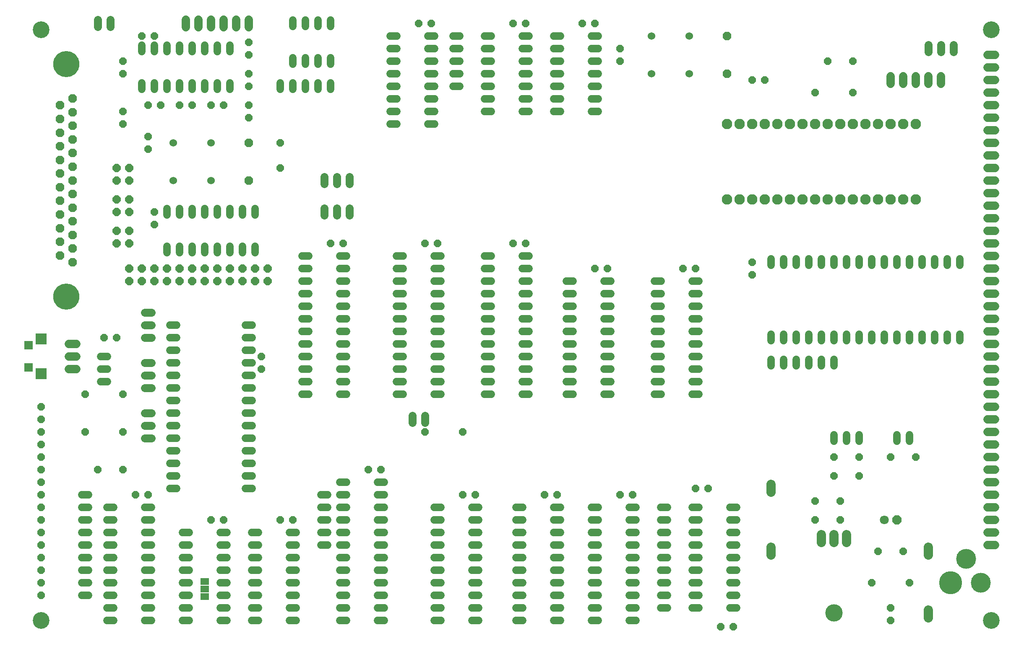
<source format=gbs>
G04 EAGLE Gerber RS-274X export*
G75*
%MOMM*%
%FSLAX34Y34*%
%LPD*%
%INSoldermask Bottom*%
%IPPOS*%
%AMOC8*
5,1,8,0,0,1.08239X$1,22.5*%
G01*
%ADD10C,3.378200*%
%ADD11C,1.879600*%
%ADD12C,3.505200*%
%ADD13P,1.951982X8X22.500000*%
%ADD14C,1.803400*%
%ADD15P,1.649562X8X22.500000*%
%ADD16C,1.524000*%
%ADD17C,1.727200*%
%ADD18C,2.108200*%
%ADD19P,1.649562X8X112.500000*%
%ADD20C,1.524000*%
%ADD21R,1.727200X1.727200*%
%ADD22R,2.298700X2.298700*%
%ADD23P,1.649562X8X292.500000*%
%ADD24P,1.649562X8X202.500000*%
%ADD25P,1.759533X8X292.500000*%
%ADD26C,1.625600*%
%ADD27C,4.648200*%
%ADD28C,4.013200*%
%ADD29P,1.869504X8X112.500000*%
%ADD30C,5.283200*%
%ADD31P,1.869504X8X22.500000*%
%ADD32P,1.759533X8X22.500000*%
%ADD33R,1.803400X1.371600*%


D10*
X38100Y38100D03*
X38100Y1231900D03*
X1955800Y1231900D03*
X1955800Y38100D03*
D11*
X1663700Y194818D02*
X1663700Y211582D01*
X1638300Y211582D02*
X1638300Y194818D01*
X1612900Y194818D02*
X1612900Y211582D01*
D12*
X1638300Y53340D03*
D13*
X1765300Y241300D03*
D14*
X1739900Y241300D03*
D15*
X1727200Y177800D03*
X1778000Y177800D03*
X1600200Y279400D03*
X1651000Y279400D03*
X1600200Y241300D03*
X1651000Y241300D03*
D16*
X1511300Y602996D02*
X1511300Y616204D01*
X1536700Y616204D02*
X1536700Y602996D01*
X1663700Y602996D02*
X1663700Y616204D01*
X1689100Y616204D02*
X1689100Y602996D01*
X1562100Y602996D02*
X1562100Y616204D01*
X1587500Y616204D02*
X1587500Y602996D01*
X1638300Y602996D02*
X1638300Y616204D01*
X1612900Y616204D02*
X1612900Y602996D01*
X1714500Y602996D02*
X1714500Y616204D01*
X1739900Y616204D02*
X1739900Y602996D01*
X1765300Y602996D02*
X1765300Y616204D01*
X1790700Y616204D02*
X1790700Y602996D01*
X1816100Y602996D02*
X1816100Y616204D01*
X1841500Y616204D02*
X1841500Y602996D01*
X1866900Y602996D02*
X1866900Y616204D01*
X1892300Y616204D02*
X1892300Y602996D01*
X1892300Y755396D02*
X1892300Y768604D01*
X1866900Y768604D02*
X1866900Y755396D01*
X1841500Y755396D02*
X1841500Y768604D01*
X1816100Y768604D02*
X1816100Y755396D01*
X1790700Y755396D02*
X1790700Y768604D01*
X1765300Y768604D02*
X1765300Y755396D01*
X1739900Y755396D02*
X1739900Y768604D01*
X1714500Y768604D02*
X1714500Y755396D01*
X1689100Y755396D02*
X1689100Y768604D01*
X1663700Y768604D02*
X1663700Y755396D01*
X1638300Y755396D02*
X1638300Y768604D01*
X1612900Y768604D02*
X1612900Y755396D01*
X1587500Y755396D02*
X1587500Y768604D01*
X1562100Y768604D02*
X1562100Y755396D01*
X1536700Y755396D02*
X1536700Y768604D01*
X1511300Y768604D02*
X1511300Y755396D01*
D17*
X1752600Y1122680D02*
X1752600Y1137920D01*
X1778000Y1137920D02*
X1778000Y1122680D01*
X1803400Y1122680D02*
X1803400Y1137920D01*
X1828800Y1137920D02*
X1828800Y1122680D01*
X1854200Y1122680D02*
X1854200Y1137920D01*
D18*
X1422400Y889000D03*
X1447800Y889000D03*
X1473200Y889000D03*
X1498600Y889000D03*
X1524000Y889000D03*
X1549400Y889000D03*
X1574800Y889000D03*
X1600200Y889000D03*
X1625600Y889000D03*
X1651000Y889000D03*
X1676400Y889000D03*
X1701800Y889000D03*
X1727200Y889000D03*
X1752600Y889000D03*
X1778000Y889000D03*
X1803400Y889000D03*
X1803400Y1041400D03*
X1778000Y1041400D03*
X1752600Y1041400D03*
X1727200Y1041400D03*
X1676400Y1041400D03*
X1651000Y1041400D03*
X1625600Y1041400D03*
X1600200Y1041400D03*
X1574800Y1041400D03*
X1549400Y1041400D03*
X1524000Y1041400D03*
X1498600Y1041400D03*
X1473200Y1041400D03*
X1447800Y1041400D03*
X1422400Y1041400D03*
X1701800Y1041400D03*
D15*
X1625600Y1168400D03*
X1676400Y1168400D03*
X152400Y342900D03*
X203200Y342900D03*
D19*
X520700Y952500D03*
X520700Y1003300D03*
D16*
X933196Y774700D02*
X946404Y774700D01*
X946404Y749300D02*
X933196Y749300D01*
X933196Y723900D02*
X946404Y723900D01*
X946404Y698500D02*
X933196Y698500D01*
X933196Y673100D02*
X946404Y673100D01*
X946404Y647700D02*
X933196Y647700D01*
X933196Y622300D02*
X946404Y622300D01*
X946404Y596900D02*
X933196Y596900D01*
X933196Y571500D02*
X946404Y571500D01*
X946404Y546100D02*
X933196Y546100D01*
X933196Y520700D02*
X946404Y520700D01*
X946404Y495300D02*
X933196Y495300D01*
X1009396Y495300D02*
X1022604Y495300D01*
X1022604Y520700D02*
X1009396Y520700D01*
X1009396Y546100D02*
X1022604Y546100D01*
X1022604Y571500D02*
X1009396Y571500D01*
X1009396Y596900D02*
X1022604Y596900D01*
X1022604Y622300D02*
X1009396Y622300D01*
X1009396Y647700D02*
X1022604Y647700D01*
X1022604Y673100D02*
X1009396Y673100D01*
X1009396Y698500D02*
X1022604Y698500D01*
X1022604Y723900D02*
X1009396Y723900D01*
X1009396Y749300D02*
X1022604Y749300D01*
X1022604Y774700D02*
X1009396Y774700D01*
X1072896Y1219200D02*
X1086104Y1219200D01*
X1086104Y1193800D02*
X1072896Y1193800D01*
X1072896Y1066800D02*
X1086104Y1066800D01*
X1149096Y1066800D02*
X1162304Y1066800D01*
X1086104Y1168400D02*
X1072896Y1168400D01*
X1072896Y1143000D02*
X1086104Y1143000D01*
X1086104Y1092200D02*
X1072896Y1092200D01*
X1072896Y1117600D02*
X1086104Y1117600D01*
X1149096Y1092200D02*
X1162304Y1092200D01*
X1162304Y1117600D02*
X1149096Y1117600D01*
X1149096Y1143000D02*
X1162304Y1143000D01*
X1162304Y1168400D02*
X1149096Y1168400D01*
X1149096Y1193800D02*
X1162304Y1193800D01*
X1162304Y1219200D02*
X1149096Y1219200D01*
D20*
X1270000Y1143000D03*
X1346200Y1143000D03*
X1346200Y1219200D03*
X1270000Y1219200D03*
D16*
X768604Y774700D02*
X755396Y774700D01*
X755396Y749300D02*
X768604Y749300D01*
X768604Y723900D02*
X755396Y723900D01*
X755396Y698500D02*
X768604Y698500D01*
X768604Y673100D02*
X755396Y673100D01*
X755396Y647700D02*
X768604Y647700D01*
X768604Y622300D02*
X755396Y622300D01*
X755396Y596900D02*
X768604Y596900D01*
X768604Y571500D02*
X755396Y571500D01*
X755396Y546100D02*
X768604Y546100D01*
X768604Y520700D02*
X755396Y520700D01*
X755396Y495300D02*
X768604Y495300D01*
X831596Y495300D02*
X844804Y495300D01*
X844804Y520700D02*
X831596Y520700D01*
X831596Y546100D02*
X844804Y546100D01*
X844804Y571500D02*
X831596Y571500D01*
X831596Y596900D02*
X844804Y596900D01*
X844804Y622300D02*
X831596Y622300D01*
X831596Y647700D02*
X844804Y647700D01*
X844804Y673100D02*
X831596Y673100D01*
X831596Y698500D02*
X844804Y698500D01*
X844804Y723900D02*
X831596Y723900D01*
X831596Y749300D02*
X844804Y749300D01*
X844804Y774700D02*
X831596Y774700D01*
D21*
X12954Y593979D03*
X12954Y549021D03*
D22*
X37846Y606552D03*
X37846Y536448D03*
D17*
X93980Y546100D02*
X109220Y546100D01*
X109220Y571500D02*
X93980Y571500D01*
X93980Y596900D02*
X109220Y596900D01*
D16*
X158496Y571500D02*
X171704Y571500D01*
X171704Y520700D02*
X158496Y520700D01*
X158496Y546100D02*
X171704Y546100D01*
D23*
X127000Y495300D03*
X127000Y419100D03*
D16*
X1149096Y266700D02*
X1162304Y266700D01*
X1162304Y241300D02*
X1149096Y241300D01*
X1149096Y114300D02*
X1162304Y114300D01*
X1162304Y88900D02*
X1149096Y88900D01*
X1149096Y215900D02*
X1162304Y215900D01*
X1162304Y190500D02*
X1149096Y190500D01*
X1149096Y139700D02*
X1162304Y139700D01*
X1162304Y165100D02*
X1149096Y165100D01*
X1149096Y63500D02*
X1162304Y63500D01*
X1162304Y38100D02*
X1149096Y38100D01*
X1225296Y38100D02*
X1238504Y38100D01*
X1238504Y63500D02*
X1225296Y63500D01*
X1225296Y88900D02*
X1238504Y88900D01*
X1238504Y114300D02*
X1225296Y114300D01*
X1225296Y139700D02*
X1238504Y139700D01*
X1238504Y165100D02*
X1225296Y165100D01*
X1225296Y190500D02*
X1238504Y190500D01*
X1238504Y215900D02*
X1225296Y215900D01*
X1225296Y241300D02*
X1238504Y241300D01*
X1238504Y266700D02*
X1225296Y266700D01*
X1288796Y266700D02*
X1302004Y266700D01*
X1302004Y241300D02*
X1288796Y241300D01*
X1288796Y215900D02*
X1302004Y215900D01*
X1302004Y190500D02*
X1288796Y190500D01*
X1288796Y165100D02*
X1302004Y165100D01*
X1302004Y139700D02*
X1288796Y139700D01*
X1288796Y114300D02*
X1302004Y114300D01*
X1302004Y88900D02*
X1288796Y88900D01*
X1288796Y63500D02*
X1302004Y63500D01*
X1111504Y723900D02*
X1098296Y723900D01*
X1098296Y698500D02*
X1111504Y698500D01*
X1111504Y571500D02*
X1098296Y571500D01*
X1098296Y546100D02*
X1111504Y546100D01*
X1111504Y673100D02*
X1098296Y673100D01*
X1098296Y647700D02*
X1111504Y647700D01*
X1111504Y596900D02*
X1098296Y596900D01*
X1098296Y622300D02*
X1111504Y622300D01*
X1111504Y520700D02*
X1098296Y520700D01*
X1098296Y495300D02*
X1111504Y495300D01*
X1174496Y495300D02*
X1187704Y495300D01*
X1187704Y520700D02*
X1174496Y520700D01*
X1174496Y546100D02*
X1187704Y546100D01*
X1187704Y571500D02*
X1174496Y571500D01*
X1174496Y596900D02*
X1187704Y596900D01*
X1187704Y622300D02*
X1174496Y622300D01*
X1174496Y647700D02*
X1187704Y647700D01*
X1187704Y673100D02*
X1174496Y673100D01*
X1174496Y698500D02*
X1187704Y698500D01*
X1187704Y723900D02*
X1174496Y723900D01*
X1276096Y723900D02*
X1289304Y723900D01*
X1289304Y698500D02*
X1276096Y698500D01*
X1276096Y571500D02*
X1289304Y571500D01*
X1289304Y546100D02*
X1276096Y546100D01*
X1276096Y673100D02*
X1289304Y673100D01*
X1289304Y647700D02*
X1276096Y647700D01*
X1276096Y596900D02*
X1289304Y596900D01*
X1289304Y622300D02*
X1276096Y622300D01*
X1276096Y520700D02*
X1289304Y520700D01*
X1289304Y495300D02*
X1276096Y495300D01*
X1352296Y495300D02*
X1365504Y495300D01*
X1365504Y520700D02*
X1352296Y520700D01*
X1352296Y546100D02*
X1365504Y546100D01*
X1365504Y571500D02*
X1352296Y571500D01*
X1352296Y596900D02*
X1365504Y596900D01*
X1365504Y622300D02*
X1352296Y622300D01*
X1352296Y647700D02*
X1365504Y647700D01*
X1365504Y673100D02*
X1352296Y673100D01*
X1352296Y698500D02*
X1365504Y698500D01*
X1365504Y723900D02*
X1352296Y723900D01*
X1352296Y266700D02*
X1365504Y266700D01*
X1365504Y241300D02*
X1352296Y241300D01*
X1352296Y215900D02*
X1365504Y215900D01*
X1365504Y190500D02*
X1352296Y190500D01*
X1352296Y165100D02*
X1365504Y165100D01*
X1365504Y139700D02*
X1352296Y139700D01*
X1352296Y114300D02*
X1365504Y114300D01*
X1365504Y88900D02*
X1352296Y88900D01*
X1352296Y63500D02*
X1365504Y63500D01*
X1428496Y63500D02*
X1441704Y63500D01*
X1441704Y88900D02*
X1428496Y88900D01*
X1428496Y114300D02*
X1441704Y114300D01*
X1441704Y139700D02*
X1428496Y139700D01*
X1428496Y165100D02*
X1441704Y165100D01*
X1441704Y190500D02*
X1428496Y190500D01*
X1428496Y215900D02*
X1441704Y215900D01*
X1441704Y241300D02*
X1428496Y241300D01*
X1428496Y266700D02*
X1441704Y266700D01*
X654304Y317500D02*
X641096Y317500D01*
X641096Y292100D02*
X654304Y292100D01*
X654304Y266700D02*
X641096Y266700D01*
X641096Y241300D02*
X654304Y241300D01*
X654304Y215900D02*
X641096Y215900D01*
X641096Y190500D02*
X654304Y190500D01*
X654304Y165100D02*
X641096Y165100D01*
X641096Y139700D02*
X654304Y139700D01*
X654304Y114300D02*
X641096Y114300D01*
X641096Y88900D02*
X654304Y88900D01*
X654304Y63500D02*
X641096Y63500D01*
X641096Y38100D02*
X654304Y38100D01*
X717296Y38100D02*
X730504Y38100D01*
X730504Y63500D02*
X717296Y63500D01*
X717296Y88900D02*
X730504Y88900D01*
X730504Y114300D02*
X717296Y114300D01*
X717296Y139700D02*
X730504Y139700D01*
X730504Y165100D02*
X717296Y165100D01*
X717296Y190500D02*
X730504Y190500D01*
X730504Y215900D02*
X717296Y215900D01*
X717296Y241300D02*
X730504Y241300D01*
X730504Y266700D02*
X717296Y266700D01*
X717296Y292100D02*
X730504Y292100D01*
X730504Y317500D02*
X717296Y317500D01*
X742696Y1219200D02*
X755904Y1219200D01*
X755904Y1193800D02*
X742696Y1193800D01*
X742696Y1066800D02*
X755904Y1066800D01*
X755904Y1041400D02*
X742696Y1041400D01*
X742696Y1168400D02*
X755904Y1168400D01*
X755904Y1143000D02*
X742696Y1143000D01*
X742696Y1092200D02*
X755904Y1092200D01*
X755904Y1117600D02*
X742696Y1117600D01*
X818896Y1041400D02*
X832104Y1041400D01*
X832104Y1066800D02*
X818896Y1066800D01*
X818896Y1092200D02*
X832104Y1092200D01*
X832104Y1117600D02*
X818896Y1117600D01*
X818896Y1143000D02*
X832104Y1143000D01*
X832104Y1168400D02*
X818896Y1168400D01*
X818896Y1193800D02*
X832104Y1193800D01*
X832104Y1219200D02*
X818896Y1219200D01*
X241300Y1124204D02*
X241300Y1110996D01*
X266700Y1110996D02*
X266700Y1124204D01*
X393700Y1124204D02*
X393700Y1110996D01*
X419100Y1110996D02*
X419100Y1124204D01*
X292100Y1124204D02*
X292100Y1110996D01*
X317500Y1110996D02*
X317500Y1124204D01*
X368300Y1124204D02*
X368300Y1110996D01*
X342900Y1110996D02*
X342900Y1124204D01*
X419100Y1187196D02*
X419100Y1200404D01*
X393700Y1200404D02*
X393700Y1187196D01*
X368300Y1187196D02*
X368300Y1200404D01*
X342900Y1200404D02*
X342900Y1187196D01*
X317500Y1187196D02*
X317500Y1200404D01*
X292100Y1200404D02*
X292100Y1187196D01*
X266700Y1187196D02*
X266700Y1200404D01*
X241300Y1200404D02*
X241300Y1187196D01*
D15*
X254000Y1079500D03*
X279400Y1079500D03*
X317500Y1079500D03*
X342900Y1079500D03*
D19*
X203200Y1143000D03*
X203200Y1168400D03*
D24*
X406400Y1079500D03*
X381000Y1079500D03*
D15*
X241300Y1219200D03*
X266700Y1219200D03*
D25*
X190500Y825500D03*
X190500Y800100D03*
X215900Y825500D03*
X215900Y800100D03*
X190500Y889000D03*
X190500Y863600D03*
X215900Y889000D03*
X215900Y863600D03*
X190500Y952500D03*
X190500Y927100D03*
X215900Y952500D03*
X215900Y927100D03*
D19*
X38100Y88900D03*
X38100Y114300D03*
X38100Y139700D03*
X38100Y165100D03*
X38100Y190500D03*
X38100Y215900D03*
X38100Y241300D03*
X38100Y266700D03*
X38100Y292100D03*
X38100Y317500D03*
X38100Y342900D03*
X38100Y368300D03*
X38100Y393700D03*
X38100Y419100D03*
X38100Y444500D03*
X38100Y469900D03*
D16*
X120396Y88900D02*
X133604Y88900D01*
X133604Y114300D02*
X120396Y114300D01*
X120396Y139700D02*
X133604Y139700D01*
X133604Y165100D02*
X120396Y165100D01*
X120396Y190500D02*
X133604Y190500D01*
X133604Y215900D02*
X120396Y215900D01*
X120396Y241300D02*
X133604Y241300D01*
X133604Y266700D02*
X120396Y266700D01*
X120396Y292100D02*
X133604Y292100D01*
X933196Y1219200D02*
X946404Y1219200D01*
X946404Y1193800D02*
X933196Y1193800D01*
X933196Y1066800D02*
X946404Y1066800D01*
X1009396Y1066800D02*
X1022604Y1066800D01*
X946404Y1168400D02*
X933196Y1168400D01*
X933196Y1143000D02*
X946404Y1143000D01*
X946404Y1092200D02*
X933196Y1092200D01*
X933196Y1117600D02*
X946404Y1117600D01*
X1009396Y1092200D02*
X1022604Y1092200D01*
X1022604Y1117600D02*
X1009396Y1117600D01*
X1009396Y1143000D02*
X1022604Y1143000D01*
X1022604Y1168400D02*
X1009396Y1168400D01*
X1009396Y1193800D02*
X1022604Y1193800D01*
X1022604Y1219200D02*
X1009396Y1219200D01*
D15*
X1638300Y330200D03*
X1689100Y330200D03*
D16*
X882904Y1219200D02*
X869696Y1219200D01*
X869696Y1193800D02*
X882904Y1193800D01*
X882904Y1168400D02*
X869696Y1168400D01*
X869696Y1143000D02*
X882904Y1143000D01*
X882904Y1117600D02*
X869696Y1117600D01*
X184404Y266700D02*
X171196Y266700D01*
X171196Y241300D02*
X184404Y241300D01*
X184404Y114300D02*
X171196Y114300D01*
X171196Y88900D02*
X184404Y88900D01*
X184404Y215900D02*
X171196Y215900D01*
X171196Y190500D02*
X184404Y190500D01*
X184404Y139700D02*
X171196Y139700D01*
X171196Y165100D02*
X184404Y165100D01*
X184404Y63500D02*
X171196Y63500D01*
X171196Y38100D02*
X184404Y38100D01*
X247396Y38100D02*
X260604Y38100D01*
X260604Y63500D02*
X247396Y63500D01*
X247396Y88900D02*
X260604Y88900D01*
X260604Y114300D02*
X247396Y114300D01*
X247396Y139700D02*
X260604Y139700D01*
X260604Y165100D02*
X247396Y165100D01*
X247396Y190500D02*
X260604Y190500D01*
X260604Y215900D02*
X247396Y215900D01*
X247396Y241300D02*
X260604Y241300D01*
X260604Y266700D02*
X247396Y266700D01*
X546100Y1161796D02*
X546100Y1175004D01*
X571500Y1175004D02*
X571500Y1161796D01*
X571500Y1237996D02*
X571500Y1251204D01*
X546100Y1251204D02*
X546100Y1237996D01*
X596900Y1175004D02*
X596900Y1161796D01*
X622300Y1161796D02*
X622300Y1175004D01*
X596900Y1237996D02*
X596900Y1251204D01*
X622300Y1251204D02*
X622300Y1237996D01*
X520700Y1124204D02*
X520700Y1110996D01*
X546100Y1110996D02*
X546100Y1124204D01*
X571500Y1124204D02*
X571500Y1110996D01*
X596900Y1110996D02*
X596900Y1124204D01*
X622300Y1124204D02*
X622300Y1110996D01*
D24*
X647700Y800100D03*
X622300Y800100D03*
D23*
X1206500Y1193800D03*
X1206500Y1168400D03*
D24*
X1016000Y1244600D03*
X990600Y1244600D03*
X1016000Y800100D03*
X990600Y800100D03*
X1155700Y1244600D03*
X1130300Y1244600D03*
X1358900Y749300D03*
X1333500Y749300D03*
X1181100Y749300D03*
X1155700Y749300D03*
X1384300Y304800D03*
X1358900Y304800D03*
X1231900Y292100D03*
X1206500Y292100D03*
D23*
X254000Y1016000D03*
X254000Y990600D03*
D24*
X1435100Y25400D03*
X1409700Y25400D03*
X546100Y241300D03*
X520700Y241300D03*
D15*
X1473200Y1130300D03*
X1498600Y1130300D03*
D24*
X723900Y342900D03*
X698500Y342900D03*
X254000Y292100D03*
X228600Y292100D03*
X825500Y1244600D03*
X800100Y1244600D03*
X1079500Y292100D03*
X1054100Y292100D03*
X838200Y800100D03*
X812800Y800100D03*
D19*
X1752600Y38100D03*
X1752600Y63500D03*
D15*
X1714500Y114300D03*
X1790700Y114300D03*
D16*
X578104Y774700D02*
X564896Y774700D01*
X564896Y749300D02*
X578104Y749300D01*
X578104Y723900D02*
X564896Y723900D01*
X564896Y698500D02*
X578104Y698500D01*
X578104Y673100D02*
X564896Y673100D01*
X564896Y647700D02*
X578104Y647700D01*
X578104Y622300D02*
X564896Y622300D01*
X564896Y596900D02*
X578104Y596900D01*
X578104Y571500D02*
X564896Y571500D01*
X564896Y546100D02*
X578104Y546100D01*
X578104Y520700D02*
X564896Y520700D01*
X564896Y495300D02*
X578104Y495300D01*
X641096Y495300D02*
X654304Y495300D01*
X654304Y520700D02*
X641096Y520700D01*
X641096Y546100D02*
X654304Y546100D01*
X654304Y571500D02*
X641096Y571500D01*
X641096Y596900D02*
X654304Y596900D01*
X654304Y622300D02*
X641096Y622300D01*
X641096Y647700D02*
X654304Y647700D01*
X654304Y673100D02*
X641096Y673100D01*
X641096Y698500D02*
X654304Y698500D01*
X654304Y723900D02*
X641096Y723900D01*
X641096Y749300D02*
X654304Y749300D01*
X654304Y774700D02*
X641096Y774700D01*
D26*
X609600Y919988D02*
X609600Y934212D01*
X635000Y934212D02*
X635000Y919988D01*
X660400Y919988D02*
X660400Y934212D01*
X609600Y870712D02*
X609600Y856488D01*
X635000Y856488D02*
X635000Y870712D01*
X660400Y870712D02*
X660400Y856488D01*
D23*
X1473200Y762000D03*
X1473200Y736600D03*
D16*
X1790700Y413004D02*
X1790700Y399796D01*
X1765300Y399796D02*
X1765300Y413004D01*
X1689100Y413004D02*
X1689100Y399796D01*
X1663700Y399796D02*
X1663700Y413004D01*
X1638300Y413004D02*
X1638300Y399796D01*
D24*
X1803400Y368300D03*
X1752600Y368300D03*
D15*
X1638300Y368300D03*
X1689100Y368300D03*
D27*
X1874000Y114300D03*
D28*
X1935000Y114300D03*
X1905000Y162300D03*
D11*
X1828800Y59182D02*
X1828800Y42418D01*
X1828800Y169418D02*
X1828800Y186182D01*
X1511300Y186182D02*
X1511300Y169418D01*
X1511300Y296418D02*
X1511300Y313182D01*
D16*
X476504Y215900D02*
X463296Y215900D01*
X463296Y190500D02*
X476504Y190500D01*
X476504Y63500D02*
X463296Y63500D01*
X463296Y38100D02*
X476504Y38100D01*
X476504Y165100D02*
X463296Y165100D01*
X463296Y139700D02*
X476504Y139700D01*
X476504Y88900D02*
X463296Y88900D01*
X463296Y114300D02*
X476504Y114300D01*
X539496Y38100D02*
X552704Y38100D01*
X552704Y63500D02*
X539496Y63500D01*
X539496Y88900D02*
X552704Y88900D01*
X552704Y114300D02*
X539496Y114300D01*
X539496Y139700D02*
X552704Y139700D01*
X552704Y165100D02*
X539496Y165100D01*
X539496Y190500D02*
X552704Y190500D01*
X552704Y215900D02*
X539496Y215900D01*
X1511300Y552196D02*
X1511300Y565404D01*
X1536700Y565404D02*
X1536700Y552196D01*
X1562100Y552196D02*
X1562100Y565404D01*
X1587500Y565404D02*
X1587500Y552196D01*
X1612900Y552196D02*
X1612900Y565404D01*
X1638300Y565404D02*
X1638300Y552196D01*
D24*
X1676400Y1104900D03*
X1600200Y1104900D03*
D29*
X101600Y761492D03*
X101600Y789178D03*
X101600Y816610D03*
X101600Y844296D03*
X101600Y871982D03*
X101600Y899414D03*
X101600Y927100D03*
X101600Y954786D03*
X101600Y982218D03*
X101600Y1009904D03*
X101600Y1037590D03*
X101600Y1065022D03*
X101600Y1092708D03*
X76200Y775208D03*
X76200Y802894D03*
X76200Y830580D03*
X76200Y858012D03*
X76200Y885698D03*
X76200Y913384D03*
X76200Y940816D03*
X76200Y968502D03*
X76200Y996188D03*
X76200Y1023620D03*
X76200Y1051306D03*
X76200Y1078992D03*
D30*
X88900Y691896D03*
X88900Y1162304D03*
D26*
X246888Y609600D02*
X261112Y609600D01*
X261112Y635000D02*
X246888Y635000D01*
X246888Y660400D02*
X261112Y660400D01*
D17*
X1948180Y698500D02*
X1963420Y698500D01*
X1963420Y723900D02*
X1948180Y723900D01*
X1948180Y749300D02*
X1963420Y749300D01*
X1963420Y774700D02*
X1948180Y774700D01*
X1948180Y800100D02*
X1963420Y800100D01*
X1963420Y825500D02*
X1948180Y825500D01*
X1948180Y850900D02*
X1963420Y850900D01*
X1963420Y876300D02*
X1948180Y876300D01*
X1948180Y901700D02*
X1963420Y901700D01*
X1963420Y927100D02*
X1948180Y927100D01*
X1948180Y952500D02*
X1963420Y952500D01*
X1963420Y977900D02*
X1948180Y977900D01*
X1948180Y1003300D02*
X1963420Y1003300D01*
X1963420Y1028700D02*
X1948180Y1028700D01*
X1948180Y1054100D02*
X1963420Y1054100D01*
X1963420Y1079500D02*
X1948180Y1079500D01*
X1948180Y1104900D02*
X1963420Y1104900D01*
X1963420Y1155700D02*
X1948180Y1155700D01*
X1948180Y1181100D02*
X1963420Y1181100D01*
X1963420Y1130300D02*
X1948180Y1130300D01*
X1948180Y190500D02*
X1963420Y190500D01*
X1963420Y215900D02*
X1948180Y215900D01*
X1948180Y241300D02*
X1963420Y241300D01*
X1963420Y266700D02*
X1948180Y266700D01*
X1948180Y292100D02*
X1963420Y292100D01*
X1963420Y317500D02*
X1948180Y317500D01*
X1948180Y342900D02*
X1963420Y342900D01*
X1963420Y368300D02*
X1948180Y368300D01*
X1948180Y393700D02*
X1963420Y393700D01*
X1963420Y419100D02*
X1948180Y419100D01*
X1948180Y444500D02*
X1963420Y444500D01*
X1963420Y469900D02*
X1948180Y469900D01*
X1948180Y495300D02*
X1963420Y495300D01*
X1963420Y520700D02*
X1948180Y520700D01*
X1948180Y546100D02*
X1963420Y546100D01*
X1963420Y571500D02*
X1948180Y571500D01*
X1948180Y596900D02*
X1963420Y596900D01*
X1963420Y622300D02*
X1948180Y622300D01*
X1948180Y647700D02*
X1963420Y647700D01*
X1963420Y673100D02*
X1948180Y673100D01*
D16*
X1009904Y266700D02*
X996696Y266700D01*
X996696Y241300D02*
X1009904Y241300D01*
X1009904Y114300D02*
X996696Y114300D01*
X996696Y88900D02*
X1009904Y88900D01*
X1009904Y215900D02*
X996696Y215900D01*
X996696Y190500D02*
X1009904Y190500D01*
X1009904Y139700D02*
X996696Y139700D01*
X996696Y165100D02*
X1009904Y165100D01*
X1009904Y63500D02*
X996696Y63500D01*
X996696Y38100D02*
X1009904Y38100D01*
X1072896Y38100D02*
X1086104Y38100D01*
X1086104Y63500D02*
X1072896Y63500D01*
X1072896Y88900D02*
X1086104Y88900D01*
X1086104Y114300D02*
X1072896Y114300D01*
X1072896Y139700D02*
X1086104Y139700D01*
X1086104Y165100D02*
X1072896Y165100D01*
X1072896Y190500D02*
X1086104Y190500D01*
X1086104Y215900D02*
X1072896Y215900D01*
X1072896Y241300D02*
X1086104Y241300D01*
X1086104Y266700D02*
X1072896Y266700D01*
X844804Y266700D02*
X831596Y266700D01*
X831596Y241300D02*
X844804Y241300D01*
X844804Y114300D02*
X831596Y114300D01*
X831596Y88900D02*
X844804Y88900D01*
X844804Y215900D02*
X831596Y215900D01*
X831596Y190500D02*
X844804Y190500D01*
X844804Y139700D02*
X831596Y139700D01*
X831596Y165100D02*
X844804Y165100D01*
X844804Y63500D02*
X831596Y63500D01*
X831596Y38100D02*
X844804Y38100D01*
X907796Y38100D02*
X921004Y38100D01*
X921004Y63500D02*
X907796Y63500D01*
X907796Y88900D02*
X921004Y88900D01*
X921004Y114300D02*
X907796Y114300D01*
X907796Y139700D02*
X921004Y139700D01*
X921004Y165100D02*
X907796Y165100D01*
X907796Y190500D02*
X921004Y190500D01*
X921004Y215900D02*
X907796Y215900D01*
X907796Y241300D02*
X921004Y241300D01*
X921004Y266700D02*
X907796Y266700D01*
D20*
X304800Y927100D03*
X381000Y927100D03*
X381000Y1003300D03*
X304800Y1003300D03*
D15*
X165100Y609600D03*
X190500Y609600D03*
D31*
X457200Y1003300D03*
X457200Y927100D03*
D16*
X311404Y635000D02*
X298196Y635000D01*
X298196Y609600D02*
X311404Y609600D01*
X311404Y584200D02*
X298196Y584200D01*
X298196Y558800D02*
X311404Y558800D01*
X311404Y533400D02*
X298196Y533400D01*
X298196Y508000D02*
X311404Y508000D01*
X311404Y482600D02*
X298196Y482600D01*
X298196Y457200D02*
X311404Y457200D01*
X311404Y431800D02*
X298196Y431800D01*
X298196Y406400D02*
X311404Y406400D01*
X311404Y381000D02*
X298196Y381000D01*
X298196Y355600D02*
X311404Y355600D01*
X311404Y330200D02*
X298196Y330200D01*
X298196Y304800D02*
X311404Y304800D01*
X450596Y304800D02*
X463804Y304800D01*
X463804Y330200D02*
X450596Y330200D01*
X450596Y355600D02*
X463804Y355600D01*
X463804Y381000D02*
X450596Y381000D01*
X450596Y406400D02*
X463804Y406400D01*
X463804Y431800D02*
X450596Y431800D01*
X450596Y457200D02*
X463804Y457200D01*
X463804Y482600D02*
X450596Y482600D01*
X450596Y508000D02*
X463804Y508000D01*
X463804Y533400D02*
X450596Y533400D01*
X450596Y558800D02*
X463804Y558800D01*
X463804Y584200D02*
X450596Y584200D01*
X450596Y609600D02*
X463804Y609600D01*
X463804Y635000D02*
X450596Y635000D01*
X292100Y780796D02*
X292100Y794004D01*
X317500Y794004D02*
X317500Y780796D01*
X444500Y780796D02*
X444500Y794004D01*
X469900Y794004D02*
X469900Y780796D01*
X342900Y780796D02*
X342900Y794004D01*
X368300Y794004D02*
X368300Y780796D01*
X419100Y780796D02*
X419100Y794004D01*
X393700Y794004D02*
X393700Y780796D01*
X469900Y856996D02*
X469900Y870204D01*
X444500Y870204D02*
X444500Y856996D01*
X419100Y856996D02*
X419100Y870204D01*
X393700Y870204D02*
X393700Y856996D01*
X368300Y856996D02*
X368300Y870204D01*
X342900Y870204D02*
X342900Y856996D01*
X317500Y856996D02*
X317500Y870204D01*
X292100Y870204D02*
X292100Y856996D01*
D26*
X261112Y508000D02*
X246888Y508000D01*
X246888Y533400D02*
X261112Y533400D01*
X261112Y558800D02*
X246888Y558800D01*
D23*
X203200Y495300D03*
X203200Y419100D03*
D26*
X246888Y406400D02*
X261112Y406400D01*
X261112Y431800D02*
X246888Y431800D01*
X246888Y457200D02*
X261112Y457200D01*
X1828800Y1186688D02*
X1828800Y1200912D01*
X1854200Y1200912D02*
X1854200Y1186688D01*
X1879600Y1186688D02*
X1879600Y1200912D01*
D32*
X215900Y723900D03*
X215900Y749300D03*
X241300Y723900D03*
X241300Y749300D03*
X266700Y723900D03*
X266700Y749300D03*
X292100Y723900D03*
X292100Y749300D03*
X317500Y723900D03*
X317500Y749300D03*
X342900Y723900D03*
X342900Y749300D03*
X368300Y723900D03*
X368300Y749300D03*
X393700Y723900D03*
X393700Y749300D03*
X419100Y723900D03*
X419100Y749300D03*
X444500Y723900D03*
X444500Y749300D03*
X469900Y723900D03*
X469900Y749300D03*
X495300Y749300D03*
X495300Y723900D03*
D23*
X482600Y571500D03*
X482600Y546100D03*
X266700Y863600D03*
X266700Y838200D03*
D16*
X323596Y215900D02*
X336804Y215900D01*
X336804Y190500D02*
X323596Y190500D01*
X323596Y63500D02*
X336804Y63500D01*
X336804Y38100D02*
X323596Y38100D01*
X323596Y165100D02*
X336804Y165100D01*
X336804Y139700D02*
X323596Y139700D01*
X323596Y88900D02*
X336804Y88900D01*
X336804Y114300D02*
X323596Y114300D01*
X399796Y38100D02*
X413004Y38100D01*
X413004Y63500D02*
X399796Y63500D01*
X399796Y88900D02*
X413004Y88900D01*
X413004Y114300D02*
X399796Y114300D01*
X399796Y139700D02*
X413004Y139700D01*
X413004Y165100D02*
X399796Y165100D01*
X399796Y190500D02*
X413004Y190500D01*
X413004Y215900D02*
X399796Y215900D01*
D24*
X406400Y241300D03*
X381000Y241300D03*
D31*
X1422400Y1219200D03*
X1422400Y1143000D03*
D17*
X330200Y1236980D02*
X330200Y1252220D01*
X355600Y1252220D02*
X355600Y1236980D01*
X381000Y1236980D02*
X381000Y1252220D01*
X406400Y1252220D02*
X406400Y1236980D01*
X431800Y1236980D02*
X431800Y1252220D01*
X457200Y1252220D02*
X457200Y1236980D01*
D19*
X203200Y1041400D03*
X203200Y1066800D03*
X457200Y1117600D03*
X457200Y1143000D03*
X457200Y1054100D03*
X457200Y1079500D03*
D26*
X177800Y1237488D02*
X177800Y1251712D01*
X152400Y1251712D02*
X152400Y1237488D01*
D19*
X457200Y1181100D03*
X457200Y1206500D03*
D24*
X914400Y292100D03*
X889000Y292100D03*
D16*
X616204Y190500D02*
X602996Y190500D01*
X602996Y215900D02*
X616204Y215900D01*
X616204Y241300D02*
X602996Y241300D01*
X602996Y266700D02*
X616204Y266700D01*
X616204Y292100D02*
X602996Y292100D01*
D26*
X787400Y437388D02*
X787400Y451612D01*
X812800Y451612D02*
X812800Y437388D01*
D15*
X812800Y419100D03*
X889000Y419100D03*
D33*
X368300Y116840D03*
X368300Y101600D03*
X368300Y86360D03*
M02*

</source>
